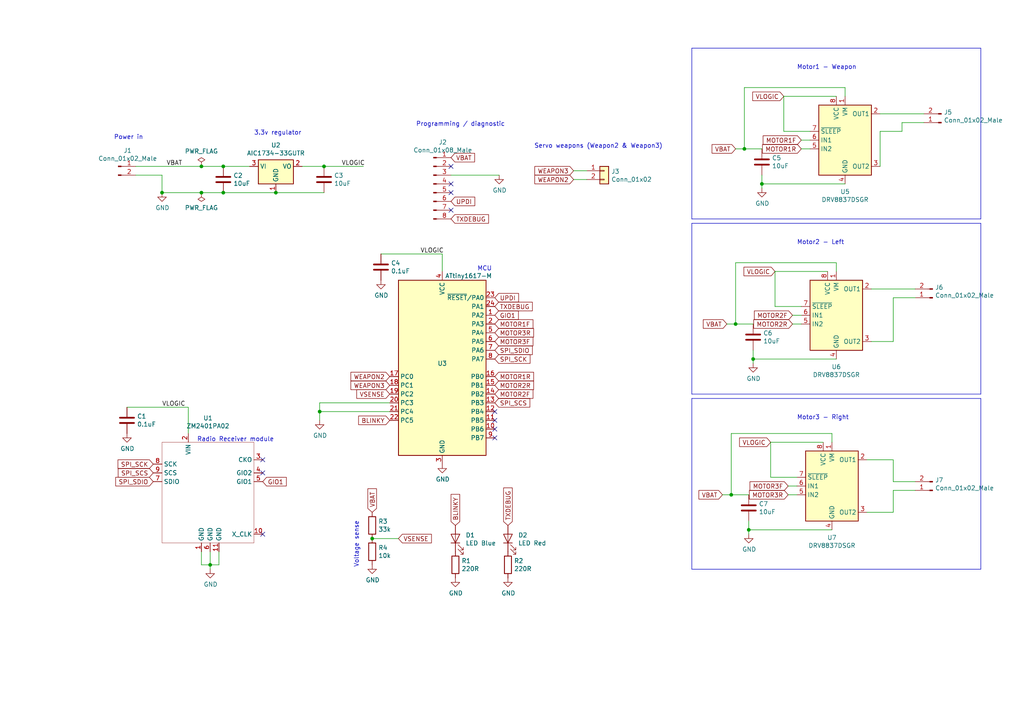
<source format=kicad_sch>
(kicad_sch (version 20200618) (host eeschema "5.99.0-unknown-bb1afb7~101~ubuntu18.04.1")
  (page 1 1)
  (paper "A4")
  (lib_symbols
    (symbol "Connector:Conn_01x08_Male" (pin_names hide)
      (property "Reference" "J" (at 0 10.16 0))
      (property "Value" "Conn_01x08_Male" (at 0 -12.7 0))
      (symbol "Conn_01x08_Male_1_1"
        (rectangle (start 0.8636 -10.033) (end 0 -10.287) (fill (type outline)))
        (rectangle (start 0.8636 -7.493) (end 0 -7.747) (fill (type outline)))
        (rectangle (start 0.8636 -4.953) (end 0 -5.207) (fill (type outline)))
        (rectangle (start 0.8636 -2.413) (end 0 -2.667) (fill (type outline)))
        (rectangle (start 0.8636 0.127) (end 0 -0.127) (fill (type outline)))
        (rectangle (start 0.8636 2.667) (end 0 2.413) (fill (type outline)))
        (rectangle (start 0.8636 5.207) (end 0 4.953) (fill (type outline)))
        (rectangle (start 0.8636 7.747) (end 0 7.493) (fill (type outline)))
        (polyline (pts (xy 1.27 -10.16) (xy 0.8636 -10.16)))
        (polyline (pts (xy 1.27 -7.62) (xy 0.8636 -7.62)))
        (polyline (pts (xy 1.27 -5.08) (xy 0.8636 -5.08)))
        (polyline (pts (xy 1.27 -2.54) (xy 0.8636 -2.54)))
        (polyline (pts (xy 1.27 0) (xy 0.8636 0)))
        (polyline (pts (xy 1.27 2.54) (xy 0.8636 2.54)))
        (polyline (pts (xy 1.27 5.08) (xy 0.8636 5.08)))
        (polyline (pts (xy 1.27 7.62) (xy 0.8636 7.62)))
        (pin passive line (at 5.08 7.62 180) (length 3.81) (name "Pin_1") (number "1"))
        (pin passive line (at 5.08 5.08 180) (length 3.81) (name "Pin_2") (number "2"))
        (pin passive line (at 5.08 2.54 180) (length 3.81) (name "Pin_3") (number "3"))
        (pin passive line (at 5.08 0 180) (length 3.81) (name "Pin_4") (number "4"))
        (pin passive line (at 5.08 -2.54 180) (length 3.81) (name "Pin_5") (number "5"))
        (pin passive line (at 5.08 -5.08 180) (length 3.81) (name "Pin_6") (number "6"))
        (pin passive line (at 5.08 -7.62 180) (length 3.81) (name "Pin_7") (number "7"))
        (pin passive line (at 5.08 -10.16 180) (length 3.81) (name "Pin_8") (number "8"))
      )
    )
    (symbol "Connector_Generic:Conn_01x02" (pin_names hide)
      (property "Reference" "J" (at 0 2.54 0))
      (property "Value" "Conn_01x02" (at 0 -5.08 0))
      (symbol "Conn_01x02_1_1"
        (rectangle (start -1.27 -2.413) (end 0 -2.667))
        (rectangle (start -1.27 0.127) (end 0 -0.127))
        (rectangle (start -1.27 1.27) (end 1.27 -3.81) (stroke (width 0.254)) (fill (type background)))
        (pin passive line (at -5.08 0 0) (length 3.81) (name "Pin_1") (number "1"))
        (pin passive line (at -5.08 -2.54 0) (length 3.81) (name "Pin_2") (number "2"))
      )
    )
    (symbol "Driver_Motor:DRV8837C" (pin_names (offset 0.508))
      (property "Reference" "U" (at 6.35 11.43 0))
      (property "Value" "DRV8837C" (at -10.16 11.43 0))
      (symbol "DRV8837C_0_1"
        (rectangle (start -7.62 10.16) (end 7.62 -10.16) (stroke (width 0.254)) (fill (type background)))
      )
      (symbol "DRV8837C_1_1"
        (pin power_in line (at 0 12.7 270) (length 2.54) (name "VM") (number "1"))
        (pin output line (at 10.16 7.62 180) (length 2.54) (name "OUT1") (number "2"))
        (pin output line (at 10.16 -7.62 180) (length 2.54) (name "OUT2") (number "3"))
        (pin power_in line (at 0 -12.7 90) (length 2.54) (name "GND") (number "4"))
        (pin input line (at -10.16 -2.54 0) (length 2.54) (name "IN2") (number "5"))
        (pin input line (at -10.16 0 0) (length 2.54) (name "IN1") (number "6"))
        (pin input line (at -10.16 2.54 0) (length 2.54) (name "~SLEEP") (number "7"))
        (pin power_in line (at -2.54 12.7 270) (length 2.54) (name "VCC") (number "8"))
        (pin passive line (at 0 -12.7 90) (length 2.54) hide (name "GND") (number "9"))
      )
    )
    (symbol "MCU_Microchip_ATtiny:ATtiny1617-M" (pin_names (offset 0.508))
      (property "Reference" "U" (at -12.7 26.67 0))
      (property "Value" "ATtiny1617-M" (at 2.54 -26.67 0))
      (symbol "ATtiny1617-M_0_1"
        (rectangle (start -12.7 -25.4) (end 12.7 25.4) (stroke (width 0.254)) (fill (type background)))
      )
      (symbol "ATtiny1617-M_1_1"
        (pin bidirectional line (at 15.24 15.24 180) (length 2.54) (name "PA2") (number "1"))
        (pin bidirectional line (at 15.24 -17.78 180) (length 2.54) (name "PB6") (number "10"))
        (pin bidirectional line (at 15.24 -15.24 180) (length 2.54) (name "PB5") (number "11"))
        (pin bidirectional line (at 15.24 -12.7 180) (length 2.54) (name "PB4") (number "12"))
        (pin bidirectional line (at 15.24 -10.16 180) (length 2.54) (name "PB3") (number "13"))
        (pin bidirectional line (at 15.24 -7.62 180) (length 2.54) (name "PB2") (number "14"))
        (pin bidirectional line (at 15.24 -5.08 180) (length 2.54) (name "PB1") (number "15"))
        (pin bidirectional line (at 15.24 -2.54 180) (length 2.54) (name "PB0") (number "16"))
        (pin bidirectional line (at -15.24 -2.54 0) (length 2.54) (name "PC0") (number "17"))
        (pin bidirectional line (at -15.24 -5.08 0) (length 2.54) (name "PC1") (number "18"))
        (pin bidirectional line (at -15.24 -7.62 0) (length 2.54) (name "PC2") (number "19"))
        (pin bidirectional line (at 15.24 12.7 180) (length 2.54) (name "PA3") (number "2"))
        (pin bidirectional line (at -15.24 -10.16 0) (length 2.54) (name "PC3") (number "20"))
        (pin bidirectional line (at -15.24 -12.7 0) (length 2.54) (name "PC4") (number "21"))
        (pin bidirectional line (at -15.24 -15.24 0) (length 2.54) (name "PC5") (number "22"))
        (pin bidirectional line (at 15.24 20.32 180) (length 2.54) (name "~RESET~/PA0") (number "23"))
        (pin bidirectional line (at 15.24 17.78 180) (length 2.54) (name "PA1") (number "24"))
        (pin passive line (at 0 -27.94 90) (length 2.54) hide (name "GND") (number "25"))
        (pin power_in line (at 0 -27.94 90) (length 2.54) (name "GND") (number "3"))
        (pin power_in line (at 0 27.94 270) (length 2.54) (name "VCC") (number "4"))
        (pin bidirectional line (at 15.24 10.16 180) (length 2.54) (name "PA4") (number "5"))
        (pin bidirectional line (at 15.24 7.62 180) (length 2.54) (name "PA5") (number "6"))
        (pin bidirectional line (at 15.24 5.08 180) (length 2.54) (name "PA6") (number "7"))
        (pin bidirectional line (at 15.24 2.54 180) (length 2.54) (name "PA7") (number "8"))
        (pin bidirectional line (at 15.24 -20.32 180) (length 2.54) (name "PB7") (number "9"))
      )
    )
    (symbol "mal_nano:HT7233"
      (property "Reference" "U" (at 0 1.27 0))
      (property "Value" "HT7233" (at 1.27 0 0))
      (symbol "HT7233_1_1"
        (rectangle (start -5.08 -8.89) (end 5.08 -1.905) (stroke (width 0.254)) (fill (type background)))
        (pin power_in line (at 0 -11.43 90) (length 2.54) (name "GND") (number "1"))
        (pin power_out line (at 7.62 -3.81 180) (length 2.54) (name "VO") (number "2"))
        (pin power_in line (at -7.62 -3.81 0) (length 2.54) (name "VI") (number "3"))
      )
    )
    (symbol "malenki-nano-rescue:C-Device" (pin_numbers hide) (pin_names (offset 0.254))
      (property "Reference" "C" (at 0.635 2.54 0))
      (property "Value" "C-Device" (at 0.635 -2.54 0))
      (symbol "C-Device_0_1"
        (polyline (pts (xy -2.032 -0.762) (xy 2.032 -0.762)) (stroke (width 0.508)))
        (polyline (pts (xy -2.032 0.762) (xy 2.032 0.762)) (stroke (width 0.508)))
      )
      (symbol "C-Device_1_1"
        (pin passive line (at 0 3.81 270) (length 2.794) (name "~") (number "1"))
        (pin passive line (at 0 -3.81 90) (length 2.794) (name "~") (number "2"))
      )
    )
    (symbol "malenki-nano-rescue:Conn_01x02_Male-Connector" (pin_names hide)
      (property "Reference" "J" (at 0 2.54 0))
      (property "Value" "Conn_01x02_Male-Connector" (at 0 -5.08 0))
      (symbol "Conn_01x02_Male-Connector_1_1"
        (rectangle (start 0.8636 -2.413) (end 0 -2.667) (fill (type outline)))
        (rectangle (start 0.8636 0.127) (end 0 -0.127) (fill (type outline)))
        (polyline (pts (xy 1.27 -2.54) (xy 0.8636 -2.54)))
        (polyline (pts (xy 1.27 0) (xy 0.8636 0)))
        (pin passive line (at 5.08 0 180) (length 3.81) (name "Pin_1") (number "1"))
        (pin passive line (at 5.08 -2.54 180) (length 3.81) (name "Pin_2") (number "2"))
      )
    )
    (symbol "malenki-nano-rescue:GND-power" (power) (pin_names (offset 0))
      (property "Value" "GND-power" (at 0 -3.81 0))
      (symbol "GND-power_0_1"
        (polyline (pts (xy 0 0) (xy 0 -1.27) (xy 1.27 -1.27) (xy 0 -2.54) (xy -1.27 -1.27) (xy 0 -1.27)))
      )
      (symbol "GND-power_1_1"
        (pin power_in line (at 0 0 270) (length 0) hide (name "GND") (number "1"))
      )
    )
    (symbol "malenki-nano-rescue:LED-Device" (pin_numbers hide) (pin_names hide)
      (property "Reference" "D" (at 0 2.54 0))
      (property "Value" "LED-Device" (at 0 -2.54 0))
      (symbol "LED-Device_0_1"
        (polyline (pts (xy -1.27 -1.27) (xy -1.27 1.27)) (stroke (width 0.2032)))
        (polyline (pts (xy -1.27 0) (xy 1.27 0)))
        (polyline (pts (xy 1.27 -1.27) (xy 1.27 1.27) (xy -1.27 0) (xy 1.27 -1.27)) (stroke (width 0.2032)))
        (polyline (pts (xy -3.048 -0.762) (xy -4.572 -2.286) (xy -3.81 -2.286) (xy -4.572 -2.286) (xy -4.572 -1.524)))
        (polyline (pts (xy -1.778 -0.762) (xy -3.302 -2.286) (xy -2.54 -2.286) (xy -3.302 -2.286) (xy -3.302 -1.524)))
      )
      (symbol "LED-Device_1_1"
        (pin passive line (at -3.81 0 0) (length 2.54) (name "K") (number "1"))
        (pin passive line (at 3.81 0 180) (length 2.54) (name "A") (number "2"))
      )
    )
    (symbol "malenki-nano-rescue:PWR_FLAG-power" (power) (pin_numbers hide) (pin_names (offset 0) hide)
      (property "Value" "PWR_FLAG-power" (at 0 3.81 0))
      (symbol "PWR_FLAG-power_0_1"
        (polyline (pts (xy 0 0) (xy 0 1.27) (xy -1.016 1.905) (xy 0 2.54) (xy 1.016 1.905) (xy 0 1.27)))
      )
      (symbol "PWR_FLAG-power_0_0"
        (pin power_out line (at 0 0 90) (length 0) (name "pwr") (number "1"))
      )
    )
    (symbol "malenki-nano-rescue:R-Device" (pin_numbers hide) (pin_names (offset 0))
      (property "Reference" "R" (at 2.032 0 90))
      (property "Value" "R-Device" (at 0 0 90))
      (symbol "R-Device_0_1"
        (rectangle (start -1.016 -2.54) (end 1.016 2.54) (stroke (width 0.254)))
      )
      (symbol "R-Device_1_1"
        (pin passive line (at 0 3.81 270) (length 1.27) (name "~") (number "1"))
        (pin passive line (at 0 -3.81 90) (length 1.27) (name "~") (number "2"))
      )
    )
    (symbol "malenki-nanoz:ZM2401PA02"
      (property "Reference" "U" (at 2.54 11.43 0))
      (property "Value" "ZM2401PA02" (at 1.27 13.97 0))
      (symbol "ZM2401PA02_0_1"
        (rectangle (start -13.97 12.7) (end 12.7 -16.51) (stroke (width 0.0006)))
      )
      (symbol "ZM2401PA02_1_1"
        (pin power_in line (at -2.54 -19.05 90) (length 2.54) (name "GND") (number "1"))
        (pin power_in line (at -6.35 15.24 270) (length 2.54) (name "VIN") (number "2"))
        (pin output line (at 15.24 7.62 180) (length 2.54) (name "CKO") (number "3"))
        (pin bidirectional line (at 15.24 3.81 180) (length 2.54) (name "GIO2") (number "4"))
        (pin bidirectional line (at 15.24 1.27 180) (length 2.54) (name "GIO1") (number "5"))
        (pin bidirectional line (at -16.51 1.27 0) (length 2.54) (name "SDIO") (number "7"))
        (pin input line (at -16.51 6.35 0) (length 2.54) (name "SCK") (number "8"))
        (pin input line (at -16.51 3.81 0) (length 2.54) (name "SCS") (number "9"))
        (pin output line (at 15.24 -13.97 180) (length 2.54) (name "X_CLK") (number "10"))
        (pin power_in line (at 0 -19.05 90) (length 2.54) (name "GND") (number "6"))
        (pin power_in line (at 2.54 -19.05 90) (length 2.54) (name "GND") (number "11"))
      )
    )
  )
  (junction (at 46.99 55.88))
  (junction (at 58.42 48.26))
  (junction (at 58.42 55.88))
  (junction (at 60.96 163.83))
  (junction (at 64.77 48.26))
  (junction (at 64.77 55.88))
  (junction (at 80.01 55.88))
  (junction (at 92.71 119.38))
  (junction (at 93.98 48.26))
  (junction (at 107.95 156.21))
  (junction (at 212.09 143.51))
  (junction (at 213.36 93.98))
  (junction (at 215.9 43.18))
  (junction (at 217.17 153.67))
  (junction (at 218.44 104.14))
  (junction (at 220.98 53.34))
  (no_connect (at 130.81 55.88))
  (no_connect (at 143.51 124.46))
  (no_connect (at 76.2 137.16))
  (no_connect (at 130.81 60.96))
  (no_connect (at 143.51 127))
  (no_connect (at 76.2 133.35))
  (no_connect (at 143.51 121.92))
  (no_connect (at 143.51 119.38))
  (no_connect (at 130.81 53.34))
  (no_connect (at 76.2 154.94))
  (no_connect (at 130.81 48.26))
  (wire (pts (xy 36.83 118.11) (xy 54.61 118.11)))
  (wire (pts (xy 39.37 48.26) (xy 58.42 48.26)))
  (wire (pts (xy 39.37 50.8) (xy 46.99 50.8)))
  (wire (pts (xy 46.99 50.8) (xy 46.99 55.88)))
  (wire (pts (xy 46.99 55.88) (xy 58.42 55.88)))
  (wire (pts (xy 54.61 118.11) (xy 54.61 125.73)))
  (wire (pts (xy 58.42 48.26) (xy 64.77 48.26)))
  (wire (pts (xy 58.42 55.88) (xy 64.77 55.88)))
  (wire (pts (xy 58.42 160.02) (xy 58.42 163.83)))
  (wire (pts (xy 58.42 163.83) (xy 60.96 163.83)))
  (wire (pts (xy 60.96 160.02) (xy 60.96 163.83)))
  (wire (pts (xy 60.96 163.83) (xy 63.5 163.83)))
  (wire (pts (xy 60.96 165.1) (xy 60.96 163.83)))
  (wire (pts (xy 63.5 160.02) (xy 63.5 163.83)))
  (wire (pts (xy 64.77 48.26) (xy 72.39 48.26)))
  (wire (pts (xy 64.77 55.88) (xy 80.01 55.88)))
  (wire (pts (xy 80.01 55.88) (xy 93.98 55.88)))
  (wire (pts (xy 92.71 116.84) (xy 92.71 119.38)))
  (wire (pts (xy 92.71 116.84) (xy 113.03 116.84)))
  (wire (pts (xy 92.71 119.38) (xy 92.71 121.92)))
  (wire (pts (xy 93.98 48.26) (xy 87.63 48.26)))
  (wire (pts (xy 105.41 48.26) (xy 93.98 48.26)))
  (wire (pts (xy 113.03 119.38) (xy 92.71 119.38)))
  (wire (pts (xy 115.57 156.21) (xy 107.95 156.21)))
  (wire (pts (xy 128.27 73.66) (xy 110.49 73.66)))
  (wire (pts (xy 128.27 73.66) (xy 128.27 78.74)))
  (wire (pts (xy 130.81 50.8) (xy 144.78 50.8)))
  (wire (pts (xy 166.37 49.53) (xy 170.18 49.53)))
  (wire (pts (xy 166.37 52.07) (xy 170.18 52.07)))
  (wire (pts (xy 212.09 125.73) (xy 212.09 143.51)))
  (wire (pts (xy 212.09 143.51) (xy 209.55 143.51)))
  (wire (pts (xy 213.36 76.2) (xy 213.36 93.98)))
  (wire (pts (xy 213.36 93.98) (xy 210.82 93.98)))
  (wire (pts (xy 215.9 25.4) (xy 215.9 43.18)))
  (wire (pts (xy 215.9 43.18) (xy 213.36 43.18)))
  (wire (pts (xy 217.17 143.51) (xy 212.09 143.51)))
  (wire (pts (xy 217.17 151.13) (xy 217.17 153.67)))
  (wire (pts (xy 217.17 153.67) (xy 217.17 154.94)))
  (wire (pts (xy 217.17 153.67) (xy 241.3 153.67)))
  (wire (pts (xy 218.44 93.98) (xy 213.36 93.98)))
  (wire (pts (xy 218.44 101.6) (xy 218.44 104.14)))
  (wire (pts (xy 218.44 104.14) (xy 218.44 105.41)))
  (wire (pts (xy 218.44 104.14) (xy 242.57 104.14)))
  (wire (pts (xy 220.98 43.18) (xy 215.9 43.18)))
  (wire (pts (xy 220.98 50.8) (xy 220.98 53.34)))
  (wire (pts (xy 220.98 53.34) (xy 220.98 54.61)))
  (wire (pts (xy 220.98 53.34) (xy 245.11 53.34)))
  (wire (pts (xy 223.52 128.27) (xy 223.52 138.43)))
  (wire (pts (xy 223.52 138.43) (xy 231.14 138.43)))
  (wire (pts (xy 224.79 78.74) (xy 224.79 88.9)))
  (wire (pts (xy 224.79 88.9) (xy 232.41 88.9)))
  (wire (pts (xy 227.33 27.94) (xy 227.33 38.1)))
  (wire (pts (xy 227.33 38.1) (xy 234.95 38.1)))
  (wire (pts (xy 231.14 140.97) (xy 228.6 140.97)))
  (wire (pts (xy 231.14 143.51) (xy 228.6 143.51)))
  (wire (pts (xy 232.41 91.44) (xy 229.87 91.44)))
  (wire (pts (xy 232.41 93.98) (xy 229.87 93.98)))
  (wire (pts (xy 234.95 40.64) (xy 232.41 40.64)))
  (wire (pts (xy 234.95 43.18) (xy 232.41 43.18)))
  (wire (pts (xy 238.76 128.27) (xy 223.52 128.27)))
  (wire (pts (xy 240.03 78.74) (xy 224.79 78.74)))
  (wire (pts (xy 241.3 125.73) (xy 212.09 125.73)))
  (wire (pts (xy 241.3 128.27) (xy 241.3 125.73)))
  (wire (pts (xy 242.57 27.94) (xy 227.33 27.94)))
  (wire (pts (xy 242.57 76.2) (xy 213.36 76.2)))
  (wire (pts (xy 242.57 78.74) (xy 242.57 76.2)))
  (wire (pts (xy 245.11 25.4) (xy 215.9 25.4)))
  (wire (pts (xy 245.11 27.94) (xy 245.11 25.4)))
  (wire (pts (xy 251.46 133.35) (xy 259.08 133.35)))
  (wire (pts (xy 251.46 148.59) (xy 259.08 148.59)))
  (wire (pts (xy 252.73 83.82) (xy 265.43 83.82)))
  (wire (pts (xy 255.27 33.02) (xy 267.97 33.02)))
  (wire (pts (xy 255.27 38.1) (xy 261.62 38.1)))
  (wire (pts (xy 255.27 48.26) (xy 255.27 38.1)))
  (wire (pts (xy 259.08 86.36) (xy 259.08 99.06)))
  (wire (pts (xy 259.08 99.06) (xy 252.73 99.06)))
  (wire (pts (xy 259.08 133.35) (xy 259.08 139.7)))
  (wire (pts (xy 259.08 139.7) (xy 265.43 139.7)))
  (wire (pts (xy 259.08 142.24) (xy 259.08 148.59)))
  (wire (pts (xy 261.62 38.1) (xy 261.62 35.56)))
  (wire (pts (xy 265.43 86.36) (xy 259.08 86.36)))
  (wire (pts (xy 265.43 142.24) (xy 259.08 142.24)))
  (wire (pts (xy 267.97 35.56) (xy 261.62 35.56)))
  (polyline (pts (xy 200.66 13.97) (xy 284.48 13.97)) (stroke (width 0) (type solid)))
  (polyline (pts (xy 200.66 63.5) (xy 200.66 13.97)) (stroke (width 0) (type solid)))
  (polyline (pts (xy 200.66 64.77) (xy 284.48 64.77)) (stroke (width 0) (type solid)))
  (polyline (pts (xy 200.66 114.3) (xy 200.66 64.77)) (stroke (width 0) (type solid)))
  (polyline (pts (xy 200.66 115.57) (xy 284.48 115.57)) (stroke (width 0) (type solid)))
  (polyline (pts (xy 200.66 165.1) (xy 200.66 115.57)) (stroke (width 0) (type solid)))
  (polyline (pts (xy 284.48 13.97) (xy 284.48 63.5)) (stroke (width 0) (type solid)))
  (polyline (pts (xy 284.48 63.5) (xy 200.66 63.5)) (stroke (width 0) (type solid)))
  (polyline (pts (xy 284.48 64.77) (xy 284.48 114.3)) (stroke (width 0) (type solid)))
  (polyline (pts (xy 284.48 114.3) (xy 200.66 114.3)) (stroke (width 0) (type solid)))
  (polyline (pts (xy 284.48 115.57) (xy 284.48 165.1)) (stroke (width 0) (type solid)))
  (polyline (pts (xy 284.48 165.1) (xy 200.66 165.1)) (stroke (width 0) (type solid)))
  (text "Power in" (at 33.02 40.64 0) (effects (font (size 1.27 1.27)) (justify left bottom)))
  (text "Radio Receiver module" (at 57.15 128.27 0) (effects (font (size 1.27 1.27)) (justify left bottom)))
  (text "3.3v regulator" (at 73.66 39.37 0) (effects (font (size 1.27 1.27)) (justify left bottom)))
  (text "Voltage sense" (at 104.14 151.13 270) (effects (font (size 1.27 1.27)) (justify right bottom)))
  (text "Programming / diagnostic" (at 120.65 36.83 0) (effects (font (size 1.27 1.27)) (justify left bottom)))
  (text "MCU\n" (at 138.43 78.74 0) (effects (font (size 1.27 1.27)) (justify left bottom)))
  (text "Servo weapons (Weapon2 & Weapon3)" (at 154.94 43.18 0) (effects (font (size 1.27 1.27)) (justify left bottom)))
  (text "Motor1 - Weapon" (at 231.14 20.32 0) (effects (font (size 1.27 1.27)) (justify left bottom)))
  (text "Motor2 - Left" (at 231.14 71.12 0) (effects (font (size 1.27 1.27)) (justify left bottom)))
  (text "Motor3 - Right" (at 231.14 121.92 0) (effects (font (size 1.27 1.27)) (justify left bottom)))
  (label "VLOGIC" (at 46.99 118.11 0))
  (label "VBAT" (at 48.26 48.26 0))
  (label "VLOGIC" (at 99.06 48.26 0))
  (label "VLOGIC" (at 121.92 73.66 0))
  (global_label "SPI_SCK" (shape input) (at 44.45 134.62 180))
  (global_label "SPI_SCS" (shape input) (at 44.45 137.16 180))
  (global_label "SPI_SDIO" (shape input) (at 44.45 139.7 180))
  (global_label "GIO1" (shape input) (at 76.2 139.7 0))
  (global_label "VBAT" (shape input) (at 107.95 148.59 90))
  (global_label "WEAPON2" (shape input) (at 113.03 109.22 180))
  (global_label "WEAPON3" (shape input) (at 113.03 111.76 180))
  (global_label "VSENSE" (shape input) (at 113.03 114.3 180))
  (global_label "BLINKY" (shape input) (at 113.03 121.92 180))
  (global_label "VSENSE" (shape input) (at 115.57 156.21 0))
  (global_label "VBAT" (shape input) (at 130.81 45.72 0))
  (global_label "UPDI" (shape input) (at 130.81 58.42 0))
  (global_label "TXDEBUG" (shape input) (at 130.81 63.5 0))
  (global_label "BLINKY" (shape input) (at 132.08 152.4 90))
  (global_label "UPDI" (shape input) (at 143.51 86.36 0))
  (global_label "TXDEBUG" (shape input) (at 143.51 88.9 0))
  (global_label "GIO1" (shape input) (at 143.51 91.44 0))
  (global_label "MOTOR1F" (shape input) (at 143.51 93.98 0))
  (global_label "MOTOR3R" (shape input) (at 143.51 96.52 0))
  (global_label "MOTOR3F" (shape input) (at 143.51 99.06 0))
  (global_label "SPI_SDIO" (shape input) (at 143.51 101.6 0))
  (global_label "SPI_SCK" (shape input) (at 143.51 104.14 0))
  (global_label "MOTOR1R" (shape input) (at 143.51 109.22 0))
  (global_label "MOTOR2R" (shape input) (at 143.51 111.76 0))
  (global_label "MOTOR2F" (shape input) (at 143.51 114.3 0))
  (global_label "SPI_SCS" (shape input) (at 143.51 116.84 0))
  (global_label "TXDEBUG" (shape input) (at 147.32 152.4 90))
  (global_label "WEAPON3" (shape input) (at 166.37 49.53 180))
  (global_label "WEAPON2" (shape input) (at 166.37 52.07 180))
  (global_label "VBAT" (shape input) (at 209.55 143.51 180))
  (global_label "VBAT" (shape input) (at 210.82 93.98 180))
  (global_label "VBAT" (shape input) (at 213.36 43.18 180))
  (global_label "VLOGIC" (shape input) (at 223.52 128.27 180))
  (global_label "VLOGIC" (shape input) (at 224.79 78.74 180))
  (global_label "VLOGIC" (shape input) (at 227.33 27.94 180))
  (global_label "MOTOR3F" (shape input) (at 228.6 140.97 180))
  (global_label "MOTOR3R" (shape input) (at 228.6 143.51 180))
  (global_label "MOTOR2F" (shape input) (at 229.87 91.44 180))
  (global_label "MOTOR2R" (shape input) (at 229.87 93.98 180))
  (global_label "MOTOR1F" (shape input) (at 232.41 40.64 180))
  (global_label "MOTOR1R" (shape input) (at 232.41 43.18 180))
  (symbol (lib_id "malenki-nano-rescue:PWR_FLAG-power") (at 58.42 48.26 0) (unit 1)
    (property "Reference" "#FLG0101" (effects hide))
    (property "Value" "PWR_FLAG" (at 58.42 43.8658 0))
  )
  (symbol (lib_id "malenki-nano-rescue:PWR_FLAG-power") (at 58.42 55.88 180) (unit 1)
    (property "Reference" "#FLG0102" (effects hide))
    (property "Value" "PWR_FLAG" (at 58.42 60.2742 0))
  )
  (symbol (lib_id "malenki-nano-rescue:GND-power") (at 36.83 125.73 0) (unit 1)
    (property "Reference" "#PWR01" (effects hide))
    (property "Value" "GND" (at 36.957 130.1242 0))
  )
  (symbol (lib_id "malenki-nano-rescue:GND-power") (at 46.99 55.88 0) (unit 1)
    (property "Reference" "#PWR02" (effects hide))
    (property "Value" "GND" (at 47.117 60.2742 0))
  )
  (symbol (lib_id "malenki-nano-rescue:GND-power") (at 60.96 165.1 0) (unit 1)
    (property "Reference" "#PWR03" (effects hide))
    (property "Value" "GND" (at 61.087 169.4942 0))
  )
  (symbol (lib_id "malenki-nano-rescue:GND-power") (at 92.71 121.92 0) (unit 1)
    (property "Reference" "#PWR0101" (effects hide))
    (property "Value" "GND" (at 92.837 126.3142 0))
  )
  (symbol (lib_id "malenki-nano-rescue:GND-power") (at 107.95 163.83 0) (unit 1)
    (property "Reference" "#PWR07" (effects hide))
    (property "Value" "GND" (at 108.077 168.2242 0))
  )
  (symbol (lib_id "malenki-nano-rescue:GND-power") (at 110.49 81.28 0) (unit 1)
    (property "Reference" "#PWR04" (effects hide))
    (property "Value" "GND" (at 110.617 85.6742 0))
  )
  (symbol (lib_id "malenki-nano-rescue:GND-power") (at 128.27 134.62 0) (unit 1)
    (property "Reference" "#PWR05" (effects hide))
    (property "Value" "GND" (at 128.397 139.0142 0))
  )
  (symbol (lib_id "malenki-nano-rescue:GND-power") (at 132.08 167.64 0) (unit 1)
    (property "Reference" "#PWR06" (effects hide))
    (property "Value" "GND" (at 132.207 172.0342 0))
  )
  (symbol (lib_id "malenki-nano-rescue:GND-power") (at 144.78 50.8 0) (unit 1)
    (property "Reference" "#PWR0104" (effects hide))
    (property "Value" "GND" (at 144.907 55.1942 0))
  )
  (symbol (lib_id "malenki-nano-rescue:GND-power") (at 147.32 167.64 0) (unit 1)
    (property "Reference" "#PWR011" (effects hide))
    (property "Value" "GND" (at 147.447 172.0342 0))
  )
  (symbol (lib_id "malenki-nano-rescue:GND-power") (at 217.17 154.94 0) (unit 1)
    (property "Reference" "#PWR0103" (effects hide))
    (property "Value" "GND" (at 217.297 159.3342 0))
  )
  (symbol (lib_id "malenki-nano-rescue:GND-power") (at 218.44 105.41 0) (unit 1)
    (property "Reference" "#PWR0102" (effects hide))
    (property "Value" "GND" (at 218.567 109.8042 0))
  )
  (symbol (lib_id "malenki-nano-rescue:GND-power") (at 220.98 54.61 0) (unit 1)
    (property "Reference" "#PWR08" (effects hide))
    (property "Value" "GND" (at 221.107 59.0042 0))
  )
  (symbol (lib_id "malenki-nano-rescue:R-Device") (at 107.95 152.4 0) (unit 1)
    (property "Reference" "R3" (at 109.728 151.2316 0) (effects (justify left)))
    (property "Value" "33k" (at 109.728 153.543 0) (effects (justify left)))
    (property "Footprint" "Resistor_SMD:R_0603_1608Metric" (effects hide))
    (property "Partnum" "C4216" (effects hide))
    (property "LCSC" "C4216" (effects hide))
  )
  (symbol (lib_id "malenki-nano-rescue:R-Device") (at 107.95 160.02 0) (unit 1)
    (property "Reference" "R4" (at 109.728 158.8516 0) (effects (justify left)))
    (property "Value" "10k" (at 109.728 161.163 0) (effects (justify left)))
    (property "Footprint" "Resistor_SMD:R_0603_1608Metric" (effects hide))
    (property "Partnum" "C25804" (effects hide))
    (property "LCSC" "C25804" (effects hide))
  )
  (symbol (lib_id "malenki-nano-rescue:R-Device") (at 132.08 163.83 0) (unit 1)
    (property "Reference" "R1" (at 133.858 162.6616 0) (effects (justify left)))
    (property "Value" "220R" (at 133.858 164.973 0) (effects (justify left)))
    (property "Footprint" "Resistor_SMD:R_0603_1608Metric" (effects hide))
    (property "Partnum" "C22962" (effects hide))
    (property "LCSC" "C22962" (effects hide))
  )
  (symbol (lib_id "malenki-nano-rescue:R-Device") (at 147.32 163.83 0) (unit 1)
    (property "Reference" "R2" (at 149.098 162.6616 0) (effects (justify left)))
    (property "Value" "220R" (at 149.098 164.973 0) (effects (justify left)))
    (property "Footprint" "Resistor_SMD:R_0603_1608Metric" (effects hide))
    (property "Partnum" "C22962" (effects hide))
    (property "LCSC" "C22962" (effects hide))
  )
  (symbol (lib_id "malenki-nano-rescue:Conn_01x02_Male-Connector") (at 34.29 48.26 0) (unit 1)
    (property "Reference" "J1" (at 37.0332 43.6626 0))
    (property "Value" "Conn_01x02_Male" (at 37.0332 45.974 0))
    (property "Footprint" "malenki-nanoz:PinHeader_1x02_P2.54mm_BIG1" (effects hide))
  )
  (symbol (lib_id "malenki-nano-rescue:Conn_01x02_Male-Connector") (at 270.51 86.36 180) (unit 1)
    (property "Reference" "J6" (at 271.2212 83.3628 0) (effects (justify right)))
    (property "Value" "Conn_01x02_Male" (at 271.2212 85.6742 0) (effects (justify right)))
    (property "Footprint" "malenki-nanoz:PinHeader_1x02_P2.54mm_BIG1" (effects hide))
  )
  (symbol (lib_id "malenki-nano-rescue:Conn_01x02_Male-Connector") (at 270.51 142.24 180) (unit 1)
    (property "Reference" "J7" (at 271.2212 139.2428 0) (effects (justify right)))
    (property "Value" "Conn_01x02_Male" (at 271.2212 141.5542 0) (effects (justify right)))
    (property "Footprint" "malenki-nanoz:PinHeader_1x02_P2.54mm_BIG1" (effects hide))
  )
  (symbol (lib_id "malenki-nano-rescue:Conn_01x02_Male-Connector") (at 273.05 35.56 180) (unit 1)
    (property "Reference" "J5" (at 273.7612 32.5628 0) (effects (justify right)))
    (property "Value" "Conn_01x02_Male" (at 273.7612 34.8742 0) (effects (justify right)))
    (property "Footprint" "malenki-nanoz:PinHeader_1x02_P2.54mm_BIG1" (effects hide))
  )
  (symbol (lib_id "malenki-nano-rescue:LED-Device") (at 132.08 156.21 90) (unit 1)
    (property "Reference" "D1" (at 135.0518 155.2194 90) (effects (justify right)))
    (property "Value" "LED Blue" (at 135.0518 157.5308 90) (effects (justify right)))
    (property "Footprint" "LED_SMD:LED_0805_2012Metric_Castellated" (effects hide))
    (property "LCSC" "C2293" (effects hide))
  )
  (symbol (lib_id "malenki-nano-rescue:LED-Device") (at 147.32 156.21 90) (unit 1)
    (property "Reference" "D2" (at 150.2918 155.2194 90) (effects (justify right)))
    (property "Value" "LED Red" (at 150.2918 157.5308 90) (effects (justify right)))
    (property "Footprint" "LED_SMD:LED_0805_2012Metric_Castellated" (effects hide))
    (property "LCSC" "C84256" (effects hide))
  )
  (symbol (lib_id "Connector_Generic:Conn_01x02") (at 175.26 49.53 0) (unit 1)
    (property "Reference" "J3" (at 177.292 49.7332 0) (effects (justify left)))
    (property "Value" "Conn_01x02" (at 177.292 52.0446 0) (effects (justify left)))
    (property "Footprint" "malenki-nanoz:wirepad_2" (effects hide))
  )
  (symbol (lib_id "malenki-nano-rescue:C-Device") (at 36.83 121.92 0) (unit 1)
    (property "Reference" "C1" (at 39.751 120.7516 0) (effects (justify left)))
    (property "Value" "0.1uF" (at 39.751 123.063 0) (effects (justify left)))
    (property "Footprint" "Capacitor_SMD:C_0603_1608Metric" (effects hide))
    (property "Partnum" "C14663" (effects hide))
    (property "LCSC" "C14663" (effects hide))
  )
  (symbol (lib_id "malenki-nano-rescue:C-Device") (at 64.77 52.07 0) (unit 1)
    (property "Reference" "C2" (at 67.691 50.9016 0) (effects (justify left)))
    (property "Value" "10uF" (at 67.691 53.213 0) (effects (justify left)))
    (property "Footprint" "Capacitor_SMD:C_0603_1608Metric" (effects hide))
    (property "LCSC" "C19702" (effects hide))
  )
  (symbol (lib_id "malenki-nano-rescue:C-Device") (at 93.98 52.07 0) (unit 1)
    (property "Reference" "C3" (at 96.901 50.9016 0) (effects (justify left)))
    (property "Value" "10uF" (at 96.901 53.213 0) (effects (justify left)))
    (property "Footprint" "Capacitor_SMD:C_0603_1608Metric" (effects hide))
    (property "LCSC" "C19702" (effects hide))
  )
  (symbol (lib_id "malenki-nano-rescue:C-Device") (at 110.49 77.47 0) (unit 1)
    (property "Reference" "C4" (at 113.411 76.3016 0) (effects (justify left)))
    (property "Value" "0.1uF" (at 113.411 78.613 0) (effects (justify left)))
    (property "Footprint" "Capacitor_SMD:C_0603_1608Metric" (effects hide))
    (property "Partnum" "C14663" (effects hide))
    (property "LCSC" "C14663" (effects hide))
  )
  (symbol (lib_id "malenki-nano-rescue:C-Device") (at 217.17 147.32 0) (unit 1)
    (property "Reference" "C7" (at 220.091 146.1516 0) (effects (justify left)))
    (property "Value" "10uF" (at 220.091 148.463 0) (effects (justify left)))
    (property "Footprint" "Capacitor_SMD:C_0603_1608Metric" (effects hide))
    (property "LCSC" "C19702" (effects hide))
  )
  (symbol (lib_id "malenki-nano-rescue:C-Device") (at 218.44 97.79 0) (unit 1)
    (property "Reference" "C6" (at 221.361 96.6216 0) (effects (justify left)))
    (property "Value" "10uF" (at 221.361 98.933 0) (effects (justify left)))
    (property "Footprint" "Capacitor_SMD:C_0603_1608Metric" (effects hide))
    (property "LCSC" "C19702" (effects hide))
  )
  (symbol (lib_id "malenki-nano-rescue:C-Device") (at 220.98 46.99 0) (unit 1)
    (property "Reference" "C5" (at 223.901 45.8216 0) (effects (justify left)))
    (property "Value" "10uF" (at 223.901 48.133 0) (effects (justify left)))
    (property "Footprint" "Capacitor_SMD:C_0603_1608Metric" (effects hide))
    (property "LCSC" "C19702" (effects hide))
  )
  (symbol (lib_id "Connector:Conn_01x08_Male") (at 125.73 53.34 0) (unit 1)
    (property "Reference" "J2" (at 128.4224 41.2558 0))
    (property "Value" "Conn_01x08_Male" (at 128.4224 43.5545 0))
    (property "Footprint" "malenki-nanoz:SOIC_clipProgSmall" (effects hide))
  )
  (symbol (lib_id "mal_nano:HT7233") (at 80.01 44.45 0) (unit 1)
    (property "Reference" "U2" (at 80.01 42.1132 0))
    (property "Value" "AIC1734-33GUTR" (at 80.01 44.4246 0))
    (property "Footprint" "Package_TO_SOT_SMD:SOT-23" (effects hide))
    (property "Partnum" "C211659" (effects hide))
    (property "LCSC" "C211659" (effects hide))
  )
  (symbol (lib_id "Driver_Motor:DRV8837C") (at 241.3 140.97 0) (unit 1)
    (property "Reference" "U7" (at 241.3 155.9306 0))
    (property "Value" "DRV8837DSGR" (at 241.3 158.242 0))
    (property "Footprint" "malenki-nanoz:WSON-8-1EP_2x2mm_P0.5mm_HAND1" (effects hide))
    (property "Datasheet" "https://datasheet.lcsc.com/szlcsc/Texas-Instruments-TI-DRV8837DSGR_C39159.pdf" (effects hide))
    (property "LCSC" "C39159" (effects hide))
  )
  (symbol (lib_id "Driver_Motor:DRV8837C") (at 242.57 91.44 0) (unit 1)
    (property "Reference" "U6" (at 242.57 106.4006 0))
    (property "Value" "DRV8837DSGR" (at 242.57 108.712 0))
    (property "Footprint" "malenki-nanoz:WSON-8-1EP_2x2mm_P0.5mm_HAND1" (effects hide))
    (property "Datasheet" "https://datasheet.lcsc.com/szlcsc/Texas-Instruments-TI-DRV8837DSGR_C39159.pdf" (effects hide))
    (property "LCSC" "C39159" (effects hide))
  )
  (symbol (lib_id "Driver_Motor:DRV8837C") (at 245.11 40.64 0) (unit 1)
    (property "Reference" "U5" (at 245.11 55.6006 0))
    (property "Value" "DRV8837DSGR" (at 245.11 57.912 0))
    (property "Footprint" "malenki-nanoz:WSON-8-1EP_2x2mm_P0.5mm_HAND1" (effects hide))
    (property "Datasheet" "https://datasheet.lcsc.com/szlcsc/Texas-Instruments-TI-DRV8837DSGR_C39159.pdf" (effects hide))
    (property "LCSC" "C39159" (effects hide))
  )
  (symbol (lib_id "malenki-nanoz:ZM2401PA02") (at 60.96 140.97 0) (unit 1)
    (property "Reference" "U1" (at 60.325 121.2658 0))
    (property "Value" "ZM2401PA02" (at 60.325 123.5645 0))
    (property "Footprint" "malenki-nanoz:ZM2401PA2" (effects hide))
    (property "Datasheet" "http://www.zhrfc.com/ps2-1/769.html" (effects hide))
  )
  (symbol (lib_id "MCU_Microchip_ATtiny:ATtiny1617-M") (at 128.27 106.68 0) (unit 1)
    (property "Reference" "U3" (at 128.27 105.41 0))
    (property "Value" "ATtiny1617-M" (at 135.89 80.01 0))
    (property "Footprint" "malenki-nanoz:qfn24-hand1" (effects hide))
    (property "Partnum" "C194193" (effects hide))
    (property "LCSC" "C194193" (effects hide))
  )
)
</source>
